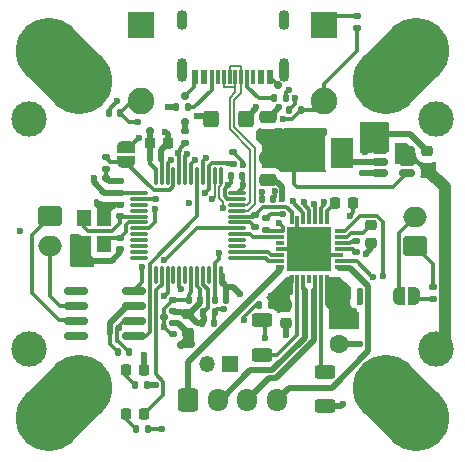
<source format=gbr>
%TF.GenerationSoftware,KiCad,Pcbnew,8.0.2*%
%TF.CreationDate,2024-09-15T16:43:51-04:00*%
%TF.ProjectId,StepperMotorDriver,53746570-7065-4724-9d6f-746f72447269,rev?*%
%TF.SameCoordinates,Original*%
%TF.FileFunction,Copper,L1,Top*%
%TF.FilePolarity,Positive*%
%FSLAX46Y46*%
G04 Gerber Fmt 4.6, Leading zero omitted, Abs format (unit mm)*
G04 Created by KiCad (PCBNEW 8.0.2) date 2024-09-15 16:43:51*
%MOMM*%
%LPD*%
G01*
G04 APERTURE LIST*
G04 Aperture macros list*
%AMRoundRect*
0 Rectangle with rounded corners*
0 $1 Rounding radius*
0 $2 $3 $4 $5 $6 $7 $8 $9 X,Y pos of 4 corners*
0 Add a 4 corners polygon primitive as box body*
4,1,4,$2,$3,$4,$5,$6,$7,$8,$9,$2,$3,0*
0 Add four circle primitives for the rounded corners*
1,1,$1+$1,$2,$3*
1,1,$1+$1,$4,$5*
1,1,$1+$1,$6,$7*
1,1,$1+$1,$8,$9*
0 Add four rect primitives between the rounded corners*
20,1,$1+$1,$2,$3,$4,$5,0*
20,1,$1+$1,$4,$5,$6,$7,0*
20,1,$1+$1,$6,$7,$8,$9,0*
20,1,$1+$1,$8,$9,$2,$3,0*%
%AMHorizOval*
0 Thick line with rounded ends*
0 $1 width*
0 $2 $3 position (X,Y) of the first rounded end (center of the circle)*
0 $4 $5 position (X,Y) of the second rounded end (center of the circle)*
0 Add line between two ends*
20,1,$1,$2,$3,$4,$5,0*
0 Add two circle primitives to create the rounded ends*
1,1,$1,$2,$3*
1,1,$1,$4,$5*%
%AMFreePoly0*
4,1,19,0.500000,-0.750000,0.000000,-0.750000,0.000000,-0.744911,-0.071157,-0.744911,-0.207708,-0.704816,-0.327430,-0.627875,-0.420627,-0.520320,-0.479746,-0.390866,-0.500000,-0.250000,-0.500000,0.250000,-0.479746,0.390866,-0.420627,0.520320,-0.327430,0.627875,-0.207708,0.704816,-0.071157,0.744911,0.000000,0.744911,0.000000,0.750000,0.500000,0.750000,0.500000,-0.750000,0.500000,-0.750000,
$1*%
%AMFreePoly1*
4,1,19,0.000000,0.744911,0.071157,0.744911,0.207708,0.704816,0.327430,0.627875,0.420627,0.520320,0.479746,0.390866,0.500000,0.250000,0.500000,-0.250000,0.479746,-0.390866,0.420627,-0.520320,0.327430,-0.627875,0.207708,-0.704816,0.071157,-0.744911,0.000000,-0.744911,0.000000,-0.750000,-0.500000,-0.750000,-0.500000,0.750000,0.000000,0.750000,0.000000,0.744911,0.000000,0.744911,
$1*%
G04 Aperture macros list end*
%TA.AperFunction,ComponentPad*%
%ADD10R,1.600000X1.600000*%
%TD*%
%TA.AperFunction,ComponentPad*%
%ADD11C,1.600000*%
%TD*%
%TA.AperFunction,SMDPad,CuDef*%
%ADD12R,1.200000X1.400000*%
%TD*%
%TA.AperFunction,SMDPad,CuDef*%
%ADD13RoundRect,0.250000X-0.400000X-0.450000X0.400000X-0.450000X0.400000X0.450000X-0.400000X0.450000X0*%
%TD*%
%TA.AperFunction,SMDPad,CuDef*%
%ADD14RoundRect,0.250000X-0.625000X0.312500X-0.625000X-0.312500X0.625000X-0.312500X0.625000X0.312500X0*%
%TD*%
%TA.AperFunction,SMDPad,CuDef*%
%ADD15RoundRect,0.140000X-0.140000X-0.170000X0.140000X-0.170000X0.140000X0.170000X-0.140000X0.170000X0*%
%TD*%
%TA.AperFunction,SMDPad,CuDef*%
%ADD16FreePoly0,0.000000*%
%TD*%
%TA.AperFunction,SMDPad,CuDef*%
%ADD17FreePoly1,0.000000*%
%TD*%
%TA.AperFunction,ComponentPad*%
%ADD18C,3.000000*%
%TD*%
%TA.AperFunction,SMDPad,CuDef*%
%ADD19FreePoly0,270.000000*%
%TD*%
%TA.AperFunction,SMDPad,CuDef*%
%ADD20FreePoly1,270.000000*%
%TD*%
%TA.AperFunction,SMDPad,CuDef*%
%ADD21RoundRect,0.140000X-0.170000X0.140000X-0.170000X-0.140000X0.170000X-0.140000X0.170000X0.140000X0*%
%TD*%
%TA.AperFunction,SMDPad,CuDef*%
%ADD22RoundRect,0.135000X-0.185000X0.135000X-0.185000X-0.135000X0.185000X-0.135000X0.185000X0.135000X0*%
%TD*%
%TA.AperFunction,ComponentPad*%
%ADD23RoundRect,0.250000X0.750000X-0.600000X0.750000X0.600000X-0.750000X0.600000X-0.750000X-0.600000X0*%
%TD*%
%TA.AperFunction,ComponentPad*%
%ADD24O,2.000000X1.700000*%
%TD*%
%TA.AperFunction,SMDPad,CuDef*%
%ADD25RoundRect,0.218750X-0.256250X0.218750X-0.256250X-0.218750X0.256250X-0.218750X0.256250X0.218750X0*%
%TD*%
%TA.AperFunction,ComponentPad*%
%ADD26HorizOval,5.600000X-1.272792X1.272792X1.272792X-1.272792X0*%
%TD*%
%TA.AperFunction,SMDPad,CuDef*%
%ADD27RoundRect,0.150000X0.825000X0.150000X-0.825000X0.150000X-0.825000X-0.150000X0.825000X-0.150000X0*%
%TD*%
%TA.AperFunction,SMDPad,CuDef*%
%ADD28RoundRect,0.140000X0.170000X-0.140000X0.170000X0.140000X-0.170000X0.140000X-0.170000X-0.140000X0*%
%TD*%
%TA.AperFunction,SMDPad,CuDef*%
%ADD29RoundRect,0.250000X-0.475000X0.250000X-0.475000X-0.250000X0.475000X-0.250000X0.475000X0.250000X0*%
%TD*%
%TA.AperFunction,SMDPad,CuDef*%
%ADD30RoundRect,0.218750X-0.218750X-0.256250X0.218750X-0.256250X0.218750X0.256250X-0.218750X0.256250X0*%
%TD*%
%TA.AperFunction,SMDPad,CuDef*%
%ADD31RoundRect,0.140000X0.140000X0.170000X-0.140000X0.170000X-0.140000X-0.170000X0.140000X-0.170000X0*%
%TD*%
%TA.AperFunction,SMDPad,CuDef*%
%ADD32RoundRect,0.135000X-0.135000X-0.185000X0.135000X-0.185000X0.135000X0.185000X-0.135000X0.185000X0*%
%TD*%
%TA.AperFunction,SMDPad,CuDef*%
%ADD33RoundRect,0.225000X0.250000X-0.225000X0.250000X0.225000X-0.250000X0.225000X-0.250000X-0.225000X0*%
%TD*%
%TA.AperFunction,SMDPad,CuDef*%
%ADD34RoundRect,0.135000X0.185000X-0.135000X0.185000X0.135000X-0.185000X0.135000X-0.185000X-0.135000X0*%
%TD*%
%TA.AperFunction,ComponentPad*%
%ADD35R,2.250000X2.250000*%
%TD*%
%TA.AperFunction,ComponentPad*%
%ADD36C,2.250000*%
%TD*%
%TA.AperFunction,SMDPad,CuDef*%
%ADD37RoundRect,0.075000X-0.662500X-0.075000X0.662500X-0.075000X0.662500X0.075000X-0.662500X0.075000X0*%
%TD*%
%TA.AperFunction,SMDPad,CuDef*%
%ADD38RoundRect,0.075000X-0.075000X-0.662500X0.075000X-0.662500X0.075000X0.662500X-0.075000X0.662500X0*%
%TD*%
%TA.AperFunction,SMDPad,CuDef*%
%ADD39R,1.900000X2.500000*%
%TD*%
%TA.AperFunction,ComponentPad*%
%ADD40HorizOval,5.600000X-1.272792X-1.272792X1.272792X1.272792X0*%
%TD*%
%TA.AperFunction,ComponentPad*%
%ADD41RoundRect,0.250000X-0.750000X0.600000X-0.750000X-0.600000X0.750000X-0.600000X0.750000X0.600000X0*%
%TD*%
%TA.AperFunction,SMDPad,CuDef*%
%ADD42RoundRect,0.250000X0.625000X-0.312500X0.625000X0.312500X-0.625000X0.312500X-0.625000X-0.312500X0*%
%TD*%
%TA.AperFunction,SMDPad,CuDef*%
%ADD43RoundRect,0.150000X0.512500X0.150000X-0.512500X0.150000X-0.512500X-0.150000X0.512500X-0.150000X0*%
%TD*%
%TA.AperFunction,SMDPad,CuDef*%
%ADD44R,0.600000X1.160000*%
%TD*%
%TA.AperFunction,SMDPad,CuDef*%
%ADD45R,0.300000X1.160000*%
%TD*%
%TA.AperFunction,ComponentPad*%
%ADD46O,0.900000X2.000000*%
%TD*%
%TA.AperFunction,ComponentPad*%
%ADD47O,0.900000X1.700000*%
%TD*%
%TA.AperFunction,SMDPad,CuDef*%
%ADD48RoundRect,0.135000X0.135000X0.185000X-0.135000X0.185000X-0.135000X-0.185000X0.135000X-0.185000X0*%
%TD*%
%TA.AperFunction,ComponentPad*%
%ADD49HorizOval,5.600000X1.272792X1.272792X-1.272792X-1.272792X0*%
%TD*%
%TA.AperFunction,SMDPad,CuDef*%
%ADD50RoundRect,0.225000X-0.225000X-0.250000X0.225000X-0.250000X0.225000X0.250000X-0.225000X0.250000X0*%
%TD*%
%TA.AperFunction,ComponentPad*%
%ADD51RoundRect,0.250000X-0.600000X-0.725000X0.600000X-0.725000X0.600000X0.725000X-0.600000X0.725000X0*%
%TD*%
%TA.AperFunction,ComponentPad*%
%ADD52O,1.700000X1.950000*%
%TD*%
%TA.AperFunction,ComponentPad*%
%ADD53R,1.350000X1.350000*%
%TD*%
%TA.AperFunction,ComponentPad*%
%ADD54O,1.350000X1.350000*%
%TD*%
%TA.AperFunction,SMDPad,CuDef*%
%ADD55RoundRect,0.225000X0.225000X0.250000X-0.225000X0.250000X-0.225000X-0.250000X0.225000X-0.250000X0*%
%TD*%
%TA.AperFunction,SMDPad,CuDef*%
%ADD56RoundRect,0.225000X-0.250000X0.225000X-0.250000X-0.225000X0.250000X-0.225000X0.250000X0.225000X0*%
%TD*%
%TA.AperFunction,SMDPad,CuDef*%
%ADD57R,0.800000X0.300000*%
%TD*%
%TA.AperFunction,SMDPad,CuDef*%
%ADD58R,0.300000X0.800000*%
%TD*%
%TA.AperFunction,SMDPad,CuDef*%
%ADD59R,3.800000X3.800000*%
%TD*%
%TA.AperFunction,ViaPad*%
%ADD60C,0.700000*%
%TD*%
%TA.AperFunction,ViaPad*%
%ADD61C,0.600000*%
%TD*%
%TA.AperFunction,Conductor*%
%ADD62C,0.300000*%
%TD*%
%TA.AperFunction,Conductor*%
%ADD63C,0.500000*%
%TD*%
%TA.AperFunction,Conductor*%
%ADD64C,1.000000*%
%TD*%
%TA.AperFunction,Conductor*%
%ADD65C,0.200000*%
%TD*%
G04 APERTURE END LIST*
D10*
%TO.P,C8,1*%
%TO.N,VCC*%
X82250000Y-69544888D03*
D11*
%TO.P,C8,2*%
%TO.N,GND*%
X82250000Y-72044888D03*
%TD*%
D12*
%TO.P,Y2,1,1*%
%TO.N,Net-(U3-PF0)*%
X60650000Y-61400000D03*
%TO.P,Y2,2,2*%
%TO.N,GND*%
X60650000Y-63600000D03*
%TO.P,Y2,3,3*%
%TO.N,Net-(U3-PF1)*%
X62350000Y-63600000D03*
%TO.P,Y2,4,4*%
%TO.N,GND*%
X62350000Y-61400000D03*
%TD*%
D13*
%TO.P,D1,1,A1*%
%TO.N,+3V3*%
X71451105Y-52993477D03*
%TO.P,D1,2,A2*%
%TO.N,GND*%
X74351105Y-52993477D03*
%TD*%
D14*
%TO.P,R6,1*%
%TO.N,GND*%
X75750000Y-70037500D03*
%TO.P,R6,2*%
%TO.N,Net-(IC2-BRA)*%
X75750000Y-72962500D03*
%TD*%
D15*
%TO.P,C20,1*%
%TO.N,GND*%
X62770000Y-52500000D03*
%TO.P,C20,2*%
%TO.N,Net-(SW2-B)*%
X63730000Y-52500000D03*
%TD*%
D16*
%TO.P,JP1,1,A*%
%TO.N,/CANL*%
X87350000Y-68000000D03*
D17*
%TO.P,JP1,2,B*%
%TO.N,Net-(JP1-B)*%
X88650000Y-68000000D03*
%TD*%
D15*
%TO.P,C1,1*%
%TO.N,+3V3*%
X75737001Y-59750000D03*
%TO.P,C1,2*%
%TO.N,GND*%
X76697001Y-59750000D03*
%TD*%
D18*
%TO.P,J9,1,Pin_1*%
%TO.N,GND*%
X90500000Y-53000000D03*
%TD*%
D19*
%TO.P,JP2,1,A*%
%TO.N,+3V3*%
X64250000Y-55350000D03*
D20*
%TO.P,JP2,2,B*%
%TO.N,Net-(JP2-B)*%
X64250000Y-56650000D03*
%TD*%
D21*
%TO.P,C19,1*%
%TO.N,+3V3*%
X68250000Y-70230809D03*
%TO.P,C19,2*%
%TO.N,GND*%
X68250000Y-71190809D03*
%TD*%
D22*
%TO.P,R4,1*%
%TO.N,/MOT_UART_RX*%
X75154699Y-61118977D03*
%TO.P,R4,2*%
%TO.N,/MOT_UART_TX*%
X75154699Y-62138977D03*
%TD*%
D23*
%TO.P,J7,1,Pin_1*%
%TO.N,/CANH*%
X88700000Y-63750000D03*
D24*
%TO.P,J7,2,Pin_2*%
%TO.N,/CANL*%
X88700000Y-61250000D03*
%TD*%
D25*
%TO.P,D2,1,K*%
%TO.N,VCC*%
X77750000Y-68712500D03*
%TO.P,D2,2,A*%
%TO.N,GND*%
X77750000Y-70287500D03*
%TD*%
D26*
%TO.P,H3,1,1*%
%TO.N,GND*%
X58977207Y-48477207D03*
%TD*%
D27*
%TO.P,U2,1,D*%
%TO.N,/CAN_TX*%
X64904524Y-71322558D03*
%TO.P,U2,2,GND*%
%TO.N,GND*%
X64904524Y-70052558D03*
%TO.P,U2,3,VCC*%
%TO.N,+3V3*%
X64904524Y-68782558D03*
%TO.P,U2,4,R*%
%TO.N,/CAN_RX*%
X64904524Y-67512558D03*
%TO.P,U2,5,NC*%
%TO.N,unconnected-(U2-NC-Pad5)*%
X59954524Y-67512558D03*
%TO.P,U2,6,CANL*%
%TO.N,/CANL*%
X59954524Y-68782558D03*
%TO.P,U2,7,CANH*%
%TO.N,/CANH*%
X59954524Y-70052558D03*
%TO.P,U2,8,NC*%
%TO.N,unconnected-(U2-NC-Pad8)*%
X59954524Y-71322558D03*
%TD*%
D28*
%TO.P,C5,1*%
%TO.N,+3V3*%
X76122387Y-62369207D03*
%TO.P,C5,2*%
%TO.N,GND*%
X76122387Y-61409207D03*
%TD*%
D29*
%TO.P,C27,1*%
%TO.N,+3V3*%
X76247443Y-56255287D03*
%TO.P,C27,2*%
%TO.N,GND*%
X76247443Y-58155287D03*
%TD*%
D30*
%TO.P,D4,1,K*%
%TO.N,Net-(D4-K)*%
X64212500Y-78000000D03*
%TO.P,D4,2,A*%
%TO.N,Net-(D4-A)*%
X65787500Y-78000000D03*
%TD*%
D15*
%TO.P,C2,1*%
%TO.N,+3V3*%
X63520000Y-72750000D03*
%TO.P,C2,2*%
%TO.N,GND*%
X64480000Y-72750000D03*
%TD*%
D31*
%TO.P,C13,1*%
%TO.N,+3V3*%
X74084445Y-57788002D03*
%TO.P,C13,2*%
%TO.N,GND*%
X73124445Y-57788002D03*
%TD*%
D28*
%TO.P,C12,1*%
%TO.N,+3V3*%
X63750000Y-59230000D03*
%TO.P,C12,2*%
%TO.N,GND*%
X63750000Y-58270000D03*
%TD*%
D32*
%TO.P,R9,1*%
%TO.N,Net-(D3-K)*%
X64990000Y-75500000D03*
%TO.P,R9,2*%
%TO.N,GND*%
X66010000Y-75500000D03*
%TD*%
D33*
%TO.P,C10,1*%
%TO.N,VCC*%
X85000000Y-63525000D03*
%TO.P,C10,2*%
%TO.N,Net-(IC2-VCP)*%
X85000000Y-61975000D03*
%TD*%
D34*
%TO.P,R2,1*%
%TO.N,/ESCL*%
X73250000Y-56760000D03*
%TO.P,R2,2*%
%TO.N,+3V3*%
X73250000Y-55740000D03*
%TD*%
D25*
%TO.P,FB3,1*%
%TO.N,+3.3VA*%
X69474550Y-69494869D03*
%TO.P,FB3,2*%
%TO.N,+3V3*%
X69474550Y-71069869D03*
%TD*%
D35*
%TO.P,SW1,1,A*%
%TO.N,GND*%
X81000000Y-45000000D03*
D36*
%TO.P,SW1,2,B*%
%TO.N,Net-(SW1-B)*%
X81000000Y-51500000D03*
%TD*%
D15*
%TO.P,C7,2*%
%TO.N,GND*%
X84025873Y-67613273D03*
%TO.P,C7,1*%
%TO.N,VCC*%
X83065873Y-67613273D03*
%TD*%
D37*
%TO.P,U3,1,VBAT*%
%TO.N,+3V3*%
X65337500Y-59250000D03*
%TO.P,U3,2,PC13*%
%TO.N,Net-(SW1-B)*%
X65337500Y-59750000D03*
%TO.P,U3,3,PC14*%
%TO.N,unconnected-(U3-PC14-Pad3)*%
X65337500Y-60250000D03*
%TO.P,U3,4,PC15*%
%TO.N,unconnected-(U3-PC15-Pad4)*%
X65337500Y-60750000D03*
%TO.P,U3,5,PF0*%
%TO.N,Net-(U3-PF0)*%
X65337500Y-61250000D03*
%TO.P,U3,6,PF1*%
%TO.N,Net-(U3-PF1)*%
X65337500Y-61750000D03*
%TO.P,U3,7,PG10*%
%TO.N,Net-(SW2-B)*%
X65337500Y-62250000D03*
%TO.P,U3,8,PA0*%
%TO.N,unconnected-(U3-PA0-Pad8)*%
X65337500Y-62750000D03*
%TO.P,U3,9,PA1*%
%TO.N,unconnected-(U3-PA1-Pad9)*%
X65337500Y-63250000D03*
%TO.P,U3,10,PA2*%
%TO.N,unconnected-(U3-PA2-Pad10)*%
X65337500Y-63750000D03*
%TO.P,U3,11,PA3*%
%TO.N,unconnected-(U3-PA3-Pad11)*%
X65337500Y-64250000D03*
%TO.P,U3,12,PA4*%
%TO.N,unconnected-(U3-PA4-Pad12)*%
X65337500Y-64750000D03*
D38*
%TO.P,U3,13,PA5*%
%TO.N,unconnected-(U3-PA5-Pad13)*%
X66750000Y-66162500D03*
%TO.P,U3,14,PA6*%
%TO.N,Net-(D4-A)*%
X67250000Y-66162500D03*
%TO.P,U3,15,PA7*%
%TO.N,/MOT_SPREAD*%
X67750000Y-66162500D03*
%TO.P,U3,16,PB0*%
%TO.N,unconnected-(U3-PB0-Pad16)*%
X68250000Y-66162500D03*
%TO.P,U3,17,PB1*%
%TO.N,/MOT_ENABLE*%
X68750000Y-66162500D03*
%TO.P,U3,18,PB2*%
%TO.N,unconnected-(U3-PB2-Pad18)*%
X69250000Y-66162500D03*
%TO.P,U3,19,VSSA*%
%TO.N,GND*%
X69750000Y-66162500D03*
%TO.P,U3,20,VREF+*%
%TO.N,+3.3VA*%
X70250000Y-66162500D03*
%TO.P,U3,21,VDDA*%
X70750000Y-66162500D03*
%TO.P,U3,22,PB10*%
%TO.N,unconnected-(U3-PB10-Pad22)*%
X71250000Y-66162500D03*
%TO.P,U3,23,VSS*%
%TO.N,GND*%
X71750000Y-66162500D03*
%TO.P,U3,24,VDD*%
%TO.N,+3V3*%
X72250000Y-66162500D03*
D37*
%TO.P,U3,25,PB11*%
%TO.N,/MOT_STBY*%
X73662500Y-64750000D03*
%TO.P,U3,26,PB12*%
%TO.N,/MOT_DIR*%
X73662500Y-64250000D03*
%TO.P,U3,27,PB13*%
%TO.N,unconnected-(U3-PB13-Pad27)*%
X73662500Y-63750000D03*
%TO.P,U3,28,PB14*%
%TO.N,unconnected-(U3-PB14-Pad28)*%
X73662500Y-63250000D03*
%TO.P,U3,29,PB15*%
%TO.N,/MOT_STEP*%
X73662500Y-62750000D03*
%TO.P,U3,30,PA8*%
%TO.N,/CAN_RX*%
X73662500Y-62250000D03*
%TO.P,U3,31,PA9*%
%TO.N,/MOT_UART_TX*%
X73662500Y-61750000D03*
%TO.P,U3,32,PA10*%
%TO.N,/MOT_UART_RX*%
X73662500Y-61250000D03*
%TO.P,U3,33,PA11*%
%TO.N,/USB_D-*%
X73662500Y-60750000D03*
%TO.P,U3,34,PA12*%
%TO.N,/USB_D+*%
X73662500Y-60250000D03*
%TO.P,U3,35,VSS*%
%TO.N,GND*%
X73662500Y-59750000D03*
%TO.P,U3,36,VDD*%
%TO.N,+3V3*%
X73662500Y-59250000D03*
D38*
%TO.P,U3,37,PA13*%
%TO.N,/SWDIO*%
X72250000Y-57837500D03*
%TO.P,U3,38,PA14*%
%TO.N,/SWCLK*%
X71750000Y-57837500D03*
%TO.P,U3,39,PA15*%
%TO.N,/ESCL*%
X71250000Y-57837500D03*
%TO.P,U3,40,PB3*%
%TO.N,/MOT_INDEX*%
X70750000Y-57837500D03*
%TO.P,U3,41,PB4*%
%TO.N,/CAN_TX*%
X70250000Y-57837500D03*
%TO.P,U3,42,PB5*%
%TO.N,/MOT_DIAG*%
X69750000Y-57837500D03*
%TO.P,U3,43,PB6*%
%TO.N,/MOT_MS2*%
X69250000Y-57837500D03*
%TO.P,U3,44,PB7*%
%TO.N,/ESDA*%
X68750000Y-57837500D03*
%TO.P,U3,45,PB8*%
%TO.N,Net-(JP2-B)*%
X68250000Y-57837500D03*
%TO.P,U3,46,PB9*%
%TO.N,/MOT_MS1*%
X67750000Y-57837500D03*
%TO.P,U3,47,VSS*%
%TO.N,GND*%
X67250000Y-57837500D03*
%TO.P,U3,48,VDD*%
%TO.N,+3V3*%
X66750000Y-57837500D03*
%TD*%
D39*
%TO.P,L2,1,1*%
%TO.N,Net-(U5-SW)*%
X82550000Y-55843821D03*
%TO.P,L2,2,2*%
%TO.N,+3V3*%
X78450000Y-55843821D03*
%TD*%
D21*
%TO.P,C26,1*%
%TO.N,Net-(U5-SW)*%
X84300000Y-56613821D03*
%TO.P,C26,2*%
%TO.N,Net-(U5-BST)*%
X84300000Y-57573821D03*
%TD*%
D40*
%TO.P,H4,1,1*%
%TO.N,GND*%
X58977207Y-77022793D03*
%TD*%
D15*
%TO.P,C21,1*%
%TO.N,+3.3VA*%
X70770000Y-69323632D03*
%TO.P,C21,2*%
%TO.N,GND*%
X71730000Y-69323632D03*
%TD*%
D26*
%TO.P,H2,1,1*%
%TO.N,GND*%
X87522791Y-77022791D03*
%TD*%
D18*
%TO.P,J2,1,Pin_1*%
%TO.N,GND*%
X56000000Y-53000000D03*
%TD*%
%TO.P,J3,1,Pin_1*%
%TO.N,VCC*%
X90500000Y-72500000D03*
%TD*%
D41*
%TO.P,J1,1,Pin_1*%
%TO.N,/CANH*%
X57800000Y-61241432D03*
D24*
%TO.P,J1,2,Pin_2*%
%TO.N,/CANL*%
X57800000Y-63741432D03*
%TD*%
D28*
%TO.P,C6,1*%
%TO.N,Net-(IC2-CPO)*%
X83733518Y-64244807D03*
%TO.P,C6,2*%
%TO.N,Net-(IC2-CPI)*%
X83733518Y-63284807D03*
%TD*%
D32*
%TO.P,R7,1*%
%TO.N,Net-(J10-CC1)*%
X76740000Y-51250000D03*
%TO.P,R7,2*%
%TO.N,GND*%
X77760000Y-51250000D03*
%TD*%
D42*
%TO.P,R5,2*%
%TO.N,Net-(IC2-BRB)*%
X81096371Y-74369053D03*
%TO.P,R5,1*%
%TO.N,GND*%
X81096371Y-77294053D03*
%TD*%
D28*
%TO.P,C3,1*%
%TO.N,Net-(U3-PF0)*%
X63750000Y-61230000D03*
%TO.P,C3,2*%
%TO.N,GND*%
X63750000Y-60270000D03*
%TD*%
D18*
%TO.P,J8,1,Pin_1*%
%TO.N,VCC*%
X56000000Y-72500000D03*
%TD*%
D28*
%TO.P,C18,1*%
%TO.N,+3.3VA*%
X68250000Y-69276569D03*
%TO.P,C18,2*%
%TO.N,GND*%
X68250000Y-68316569D03*
%TD*%
D43*
%TO.P,U5,1,FB*%
%TO.N,+3V3*%
X88010002Y-57543821D03*
%TO.P,U5,2,EN*%
%TO.N,VCC*%
X88010002Y-56593821D03*
%TO.P,U5,3,IN*%
X88010002Y-55643821D03*
%TO.P,U5,4,GND*%
%TO.N,GND*%
X85735002Y-55643821D03*
%TO.P,U5,5,SW*%
%TO.N,Net-(U5-SW)*%
X85735002Y-56593821D03*
%TO.P,U5,6,BST*%
%TO.N,Net-(U5-BST)*%
X85735002Y-57543821D03*
%TD*%
D34*
%TO.P,R11,1*%
%TO.N,Net-(JP1-B)*%
X90250000Y-68260000D03*
%TO.P,R11,2*%
%TO.N,/CANH*%
X90250000Y-67240000D03*
%TD*%
D44*
%TO.P,J10,A1,GND*%
%TO.N,GND*%
X76450000Y-49391250D03*
%TO.P,J10,A4,VBUS*%
%TO.N,unconnected-(J10-VBUS-PadA4)_0*%
X75650000Y-49391250D03*
D45*
%TO.P,J10,A5,CC1*%
%TO.N,Net-(J10-CC1)*%
X74500000Y-49391250D03*
%TO.P,J10,A6,D+*%
%TO.N,/USB_D+*%
X73500000Y-49391250D03*
%TO.P,J10,A7,D-*%
%TO.N,/USB_D-*%
X73000000Y-49391250D03*
%TO.P,J10,A8,SBU1*%
%TO.N,unconnected-(J10-SBU1-PadA8)*%
X72000000Y-49391250D03*
D44*
%TO.P,J10,A9,VBUS*%
%TO.N,unconnected-(J10-VBUS-PadA4)*%
X70850000Y-49391250D03*
%TO.P,J10,A12,GND*%
%TO.N,GND*%
X70050000Y-49391250D03*
%TO.P,J10,B1,GND*%
X70050000Y-49391250D03*
%TO.P,J10,B4,VBUS*%
%TO.N,unconnected-(J10-VBUS-PadA4)_2*%
X70850000Y-49391250D03*
D45*
%TO.P,J10,B5,CC2*%
%TO.N,Net-(J10-CC2)*%
X71500000Y-49391250D03*
%TO.P,J10,B6,D+*%
%TO.N,/USB_D+*%
X72500000Y-49391250D03*
%TO.P,J10,B7,D-*%
%TO.N,/USB_D-*%
X74000000Y-49391250D03*
%TO.P,J10,B8,SBU2*%
%TO.N,unconnected-(J10-SBU2-PadB8)*%
X75000000Y-49391250D03*
D44*
%TO.P,J10,B9,VBUS*%
%TO.N,unconnected-(J10-VBUS-PadA4)_1*%
X75650000Y-49391250D03*
%TO.P,J10,B12,GND*%
%TO.N,GND*%
X76450000Y-49391250D03*
D46*
%TO.P,J10,S1,SHIELD*%
X77570000Y-48811250D03*
D47*
X77570000Y-44641250D03*
D46*
X68930000Y-48811250D03*
D47*
X68930000Y-44641250D03*
%TD*%
D48*
%TO.P,R8,1*%
%TO.N,Net-(J10-CC2)*%
X69510000Y-52000000D03*
%TO.P,R8,2*%
%TO.N,GND*%
X68490000Y-52000000D03*
%TD*%
D32*
%TO.P,R1,1*%
%TO.N,+3V3*%
X77990000Y-52250000D03*
%TO.P,R1,2*%
%TO.N,Net-(SW1-B)*%
X79010000Y-52250000D03*
%TD*%
D49*
%TO.P,H1,1,1*%
%TO.N,GND*%
X87522792Y-48477208D03*
%TD*%
D28*
%TO.P,C23,1*%
%TO.N,Net-(SW1-B)*%
X83750000Y-45250000D03*
%TO.P,C23,2*%
%TO.N,GND*%
X83750000Y-44290000D03*
%TD*%
D31*
%TO.P,C17,1*%
%TO.N,+3.3VA*%
X70488756Y-68296569D03*
%TO.P,C17,2*%
%TO.N,GND*%
X69528756Y-68296569D03*
%TD*%
D50*
%TO.P,C15,1*%
%TO.N,+3V3*%
X66225000Y-55042142D03*
%TO.P,C15,2*%
%TO.N,GND*%
X67775000Y-55042142D03*
%TD*%
D51*
%TO.P,J4,1,Pin_1*%
%TO.N,/OA2*%
X69500000Y-76750000D03*
D52*
%TO.P,J4,2,Pin_2*%
%TO.N,/OA1*%
X72000000Y-76750000D03*
%TO.P,J4,3,Pin_3*%
%TO.N,/OB1*%
X74500000Y-76750000D03*
%TO.P,J4,4,Pin_4*%
%TO.N,/OB2*%
X77000000Y-76750000D03*
%TD*%
D34*
%TO.P,R3,1*%
%TO.N,/ESDA*%
X69250000Y-55030562D03*
%TO.P,R3,2*%
%TO.N,+3V3*%
X69250000Y-54010562D03*
%TD*%
D53*
%TO.P,J5,1,Pin_1*%
%TO.N,/SWCLK*%
X73066028Y-73750000D03*
D54*
%TO.P,J5,2,Pin_2*%
%TO.N,/SWDIO*%
X71066028Y-73750000D03*
%TD*%
D31*
%TO.P,C9,1*%
%TO.N,VCC*%
X76480000Y-68750000D03*
%TO.P,C9,2*%
%TO.N,GND*%
X75520000Y-68750000D03*
%TD*%
%TO.P,C14,1*%
%TO.N,+3V3*%
X72738756Y-68296569D03*
%TO.P,C14,2*%
%TO.N,GND*%
X71778756Y-68296569D03*
%TD*%
D30*
%TO.P,D3,1,K*%
%TO.N,Net-(D3-K)*%
X64212500Y-74250000D03*
%TO.P,D3,2,A*%
%TO.N,+3V3*%
X65787500Y-74250000D03*
%TD*%
D21*
%TO.P,C4,1*%
%TO.N,Net-(U3-PF1)*%
X63750000Y-63040000D03*
%TO.P,C4,2*%
%TO.N,GND*%
X63750000Y-64000000D03*
%TD*%
D55*
%TO.P,C11,1*%
%TO.N,GND*%
X83489679Y-60068608D03*
%TO.P,C11,2*%
%TO.N,Net-(IC2-5VOUT)*%
X81939679Y-60068608D03*
%TD*%
D15*
%TO.P,C16,1*%
%TO.N,+3V3*%
X66258180Y-56252997D03*
%TO.P,C16,2*%
%TO.N,GND*%
X67218180Y-56252997D03*
%TD*%
D35*
%TO.P,SW2,1,A*%
%TO.N,GND*%
X65500000Y-45000000D03*
D36*
%TO.P,SW2,2,B*%
%TO.N,Net-(SW2-B)*%
X65500000Y-51500000D03*
%TD*%
D32*
%TO.P,R10,1*%
%TO.N,Net-(D4-K)*%
X65051852Y-79246079D03*
%TO.P,R10,2*%
%TO.N,GND*%
X66071852Y-79246079D03*
%TD*%
D15*
%TO.P,C22,1*%
%TO.N,+3.3VA*%
X70688973Y-70287561D03*
%TO.P,C22,2*%
%TO.N,GND*%
X71648973Y-70287561D03*
%TD*%
D56*
%TO.P,C25,1*%
%TO.N,GND*%
X89750000Y-55725000D03*
%TO.P,C25,2*%
%TO.N,VCC*%
X89750000Y-57275000D03*
%TD*%
D29*
%TO.P,C28,1*%
%TO.N,GND*%
X76250000Y-52800000D03*
%TO.P,C28,2*%
%TO.N,+3V3*%
X76250000Y-54700000D03*
%TD*%
D34*
%TO.P,R12,1*%
%TO.N,GND*%
X62500000Y-57260000D03*
%TO.P,R12,2*%
%TO.N,Net-(JP2-B)*%
X62500000Y-56240000D03*
%TD*%
D57*
%TO.P,IC2,1,OB2*%
%TO.N,/OB2*%
X82250000Y-65500000D03*
%TO.P,IC2,2,ENN*%
%TO.N,/MOT_ENABLE*%
X82250000Y-65000000D03*
%TO.P,IC2,3,GND_1*%
%TO.N,GND*%
X82250000Y-64500000D03*
%TO.P,IC2,4,CPO*%
%TO.N,Net-(IC2-CPO)*%
X82250000Y-64000000D03*
%TO.P,IC2,5,CPI*%
%TO.N,Net-(IC2-CPI)*%
X82250000Y-63500000D03*
%TO.P,IC2,6,VCP*%
%TO.N,Net-(IC2-VCP)*%
X82250000Y-63000000D03*
%TO.P,IC2,7,SPREAD*%
%TO.N,/MOT_SPREAD*%
X82250000Y-62500000D03*
D58*
%TO.P,IC2,8,5VOUT*%
%TO.N,Net-(IC2-5VOUT)*%
X81250000Y-61500000D03*
%TO.P,IC2,9,MS1_AD0*%
%TO.N,/MOT_MS1*%
X80750000Y-61500000D03*
%TO.P,IC2,10,MS2_AD1*%
%TO.N,/MOT_MS2*%
X80250000Y-61500000D03*
%TO.P,IC2,11,DIAG*%
%TO.N,/MOT_DIAG*%
X79750000Y-61500000D03*
%TO.P,IC2,12,INDEX*%
%TO.N,/MOT_INDEX*%
X79250000Y-61500000D03*
%TO.P,IC2,13,CLK*%
%TO.N,GND*%
X78750000Y-61500000D03*
%TO.P,IC2,14,PDN_UART*%
%TO.N,/MOT_UART_RX*%
X78250000Y-61500000D03*
D57*
%TO.P,IC2,15,VCC_IO*%
%TO.N,+3V3*%
X77250000Y-62500000D03*
%TO.P,IC2,16,STEP*%
%TO.N,/MOT_STEP*%
X77250000Y-63000000D03*
%TO.P,IC2,17,VREF*%
%TO.N,unconnected-(IC2-VREF-Pad17)*%
X77250000Y-63500000D03*
%TO.P,IC2,18,GND_2*%
%TO.N,GND*%
X77250000Y-64000000D03*
%TO.P,IC2,19,DIR*%
%TO.N,/MOT_DIR*%
X77250000Y-64500000D03*
%TO.P,IC2,20,STDBY*%
%TO.N,/MOT_STBY*%
X77250000Y-65000000D03*
%TO.P,IC2,21,OA2*%
%TO.N,/OA2*%
X77250000Y-65500000D03*
D58*
%TO.P,IC2,22,VS_1*%
%TO.N,VCC*%
X78250000Y-66500000D03*
%TO.P,IC2,23,BRA*%
%TO.N,Net-(IC2-BRA)*%
X78750000Y-66500000D03*
%TO.P,IC2,24,OA1*%
%TO.N,/OA1*%
X79250000Y-66500000D03*
%TO.P,IC2,25,-*%
%TO.N,unconnected-(IC2---Pad25)*%
X79750000Y-66500000D03*
%TO.P,IC2,26,OB1*%
%TO.N,/OB1*%
X80250000Y-66500000D03*
%TO.P,IC2,27,BRB*%
%TO.N,Net-(IC2-BRB)*%
X80750000Y-66500000D03*
%TO.P,IC2,28,VS_2*%
%TO.N,VCC*%
X81250000Y-66500000D03*
D59*
%TO.P,IC2,29,EP*%
%TO.N,GND*%
X79750000Y-64000000D03*
%TD*%
D60*
%TO.N,GND*%
X62520258Y-57990546D03*
D61*
X83165380Y-61165380D03*
X77468664Y-59760000D03*
X81250000Y-63500000D03*
X72103667Y-64320414D03*
X76846023Y-59096023D03*
X80250000Y-62500000D03*
X84000000Y-68500000D03*
X84500000Y-55750000D03*
X81250000Y-62500000D03*
D60*
X69250000Y-51000000D03*
D61*
X76000000Y-71500000D03*
X67547536Y-54047537D03*
D60*
X67450000Y-69750000D03*
D61*
X63500000Y-51500000D03*
X75254139Y-52001493D03*
X67250000Y-79250000D03*
X80250000Y-63500000D03*
X81250000Y-64500000D03*
X79250000Y-63500000D03*
X84000000Y-72000000D03*
X67450000Y-70609637D03*
X72500000Y-69106568D03*
X67750000Y-52000000D03*
X61926505Y-60250000D03*
X62750000Y-60250000D03*
X66750000Y-75500000D03*
X72889230Y-58610770D03*
X82608880Y-77108880D03*
X80250000Y-64500000D03*
X74219970Y-70046722D03*
X60000000Y-65000000D03*
D60*
X77125000Y-50125000D03*
D61*
X79250000Y-62500000D03*
X84500000Y-54750000D03*
X63650000Y-70669240D03*
X77499817Y-61060742D03*
X78250000Y-62500000D03*
X77222998Y-51997030D03*
X77750000Y-71250000D03*
X84500000Y-53750000D03*
X78250000Y-64500000D03*
X78000000Y-50500000D03*
X78250000Y-63500000D03*
X79250000Y-64500000D03*
X61000000Y-64973507D03*
%TO.N,+3V3*%
X78530000Y-51250000D03*
X77212816Y-61807491D03*
X69600000Y-60075000D03*
D60*
X69250000Y-53250000D03*
X68875000Y-72125000D03*
D61*
X74097298Y-58595668D03*
X65311747Y-54558347D03*
X80750000Y-56750000D03*
X80000000Y-54250000D03*
D60*
X66250000Y-54000000D03*
D61*
X61500000Y-58000000D03*
X74150000Y-56900000D03*
X73871873Y-67784373D03*
X62850000Y-71000000D03*
X75750000Y-59155287D03*
X65787500Y-73000000D03*
X55250000Y-62500000D03*
X70250000Y-52750000D03*
X80750000Y-55750000D03*
X80750000Y-54750000D03*
D60*
X69750000Y-72000000D03*
D61*
X80000000Y-56250000D03*
X80000000Y-55250000D03*
%TO.N,VCC*%
X83500000Y-70250000D03*
X78100000Y-67650000D03*
X83500000Y-69250000D03*
X84559998Y-64385354D03*
X77250000Y-67650000D03*
X76500000Y-68000000D03*
X82250000Y-67650000D03*
%TO.N,/MOT_ENABLE*%
X68915708Y-67339593D03*
X85152446Y-66347554D03*
%TO.N,/MOT_DIAG*%
X70107698Y-56477902D03*
X79260869Y-59989131D03*
%TO.N,/MOT_SPREAD*%
X67466398Y-67987997D03*
X86000000Y-66250000D03*
%TO.N,/MOT_MS1*%
X68000000Y-56500000D03*
X80989679Y-60000000D03*
%TO.N,/MOT_MS2*%
X69420380Y-55920380D03*
X80155269Y-60151600D03*
%TO.N,/MOT_INDEX*%
X78353553Y-59896448D03*
X71038878Y-56288768D03*
%TO.N,/ESCL*%
X70900000Y-59250000D03*
%TO.N,/ESDA*%
X68625437Y-55830557D03*
%TO.N,/CAN_RX*%
X65588118Y-65500000D03*
X67470056Y-64942944D03*
%TO.N,Net-(SW2-B)*%
X65250000Y-53250000D03*
X66711765Y-60613235D03*
%TO.N,Net-(SW1-B)*%
X77500000Y-53000000D03*
X66758885Y-59741115D03*
%TO.N,/SWDIO*%
X72450000Y-60500000D03*
%TO.N,/SWCLK*%
X71525000Y-59750735D03*
%TD*%
D62*
%TO.N,GND*%
X62770000Y-52230000D02*
X62770000Y-52500000D01*
X63500000Y-51500000D02*
X62770000Y-52230000D01*
D63*
%TO.N,VCC*%
X84559998Y-64385354D02*
X85000000Y-63945352D01*
X85000000Y-63945352D02*
X85000000Y-63525000D01*
%TO.N,/OB2*%
X84755873Y-67136203D02*
X83219670Y-65600000D01*
X83219670Y-65600000D02*
X82250000Y-65600000D01*
X84755873Y-68031539D02*
X84755873Y-67136203D01*
X84750000Y-72653804D02*
X84750000Y-68037412D01*
X81653804Y-75750000D02*
X84750000Y-72653804D01*
X84750000Y-68037412D02*
X84755873Y-68031539D01*
X78000000Y-75750000D02*
X81653804Y-75750000D01*
X77000000Y-76750000D02*
X78000000Y-75750000D01*
%TO.N,GND*%
X84025873Y-68474127D02*
X84025873Y-67613273D01*
X84000000Y-68500000D02*
X84025873Y-68474127D01*
X82294888Y-72000000D02*
X82250000Y-72044888D01*
X84000000Y-72000000D02*
X82294888Y-72000000D01*
%TO.N,VCC*%
X81350000Y-68644888D02*
X81350000Y-66500000D01*
X82250000Y-69544888D02*
X81350000Y-68644888D01*
D62*
%TO.N,GND*%
X71648973Y-69404659D02*
X71648973Y-70287561D01*
X71947064Y-69106568D02*
X71648973Y-69404659D01*
X72500000Y-69106568D02*
X71947064Y-69106568D01*
X66075773Y-79250000D02*
X66071852Y-79246079D01*
X67250000Y-79250000D02*
X66075773Y-79250000D01*
%TO.N,Net-(D4-K)*%
X65051852Y-79246079D02*
X64202500Y-78396727D01*
X64202500Y-78396727D02*
X64202500Y-78027500D01*
%TO.N,Net-(D4-A)*%
X67400000Y-75230761D02*
X67400000Y-76387500D01*
X66750000Y-74580761D02*
X67400000Y-75230761D01*
X66750000Y-67500000D02*
X66750000Y-74580761D01*
X67400000Y-76387500D02*
X65787500Y-78000000D01*
X67003120Y-67250000D02*
X67000000Y-67250000D01*
X67000000Y-67250000D02*
X66750000Y-67500000D01*
X67250000Y-67003120D02*
X67003120Y-67250000D01*
X67250000Y-66162500D02*
X67250000Y-67003120D01*
D63*
%TO.N,GND*%
X66750000Y-75500000D02*
X66010000Y-75500000D01*
D62*
%TO.N,Net-(IC2-BRB)*%
X80750000Y-74022682D02*
X81096371Y-74369053D01*
X80750000Y-66500000D02*
X80750000Y-74022682D01*
%TO.N,/OA1*%
X79250000Y-67400000D02*
X79250000Y-66500000D01*
D63*
X74750000Y-74250000D02*
X72250000Y-76750000D01*
X79350000Y-71498528D02*
X76598528Y-74250000D01*
X72250000Y-76750000D02*
X72000000Y-76750000D01*
X79350000Y-67500000D02*
X79350000Y-71498528D01*
X76598528Y-74250000D02*
X74750000Y-74250000D01*
D62*
X79350000Y-67500000D02*
X79250000Y-67400000D01*
D63*
%TO.N,/OB1*%
X76888478Y-74950000D02*
X76300000Y-74950000D01*
X76300000Y-74950000D02*
X74500000Y-76750000D01*
X80150000Y-71688478D02*
X76888478Y-74950000D01*
X80150000Y-67500000D02*
X80150000Y-71688478D01*
D62*
X80150000Y-67500000D02*
X80250000Y-67400000D01*
X80250000Y-67400000D02*
X80250000Y-66500000D01*
%TO.N,Net-(IC2-BRA)*%
X77037500Y-72962500D02*
X78750000Y-71250000D01*
X75750000Y-72962500D02*
X77037500Y-72962500D01*
X78750000Y-71250000D02*
X78750000Y-66500000D01*
D63*
%TO.N,GND*%
X82608880Y-77108880D02*
X82423707Y-77294053D01*
X82423707Y-77294053D02*
X81096371Y-77294053D01*
D62*
X74219970Y-70046722D02*
X74219970Y-69736258D01*
X76846023Y-59600978D02*
X76697001Y-59750000D01*
D63*
X77222998Y-51997030D02*
X76420028Y-52800000D01*
D62*
X74219970Y-69736258D02*
X75206228Y-68750000D01*
X73124445Y-58375555D02*
X73124445Y-57788002D01*
D63*
X63026493Y-64973507D02*
X63750000Y-64250000D01*
D62*
X77760000Y-50740000D02*
X77760000Y-51250000D01*
D63*
X63750000Y-64250000D02*
X63750000Y-64000000D01*
D62*
X72103667Y-64867958D02*
X71750000Y-65221625D01*
D63*
X75254139Y-52090443D02*
X74351105Y-52993477D01*
D62*
X72889230Y-58610770D02*
X73124445Y-58375555D01*
X69528756Y-67856878D02*
X69528756Y-68296569D01*
X69250000Y-51000000D02*
X70000000Y-50250000D01*
X83750000Y-44290000D02*
X81710000Y-44290000D01*
X78000000Y-50500000D02*
X77760000Y-50740000D01*
X63500000Y-71742314D02*
X63519160Y-71742314D01*
X69750000Y-66162500D02*
X69750000Y-67635634D01*
X78750000Y-61500000D02*
X78750000Y-63000000D01*
D63*
X76420028Y-52800000D02*
X76250000Y-52800000D01*
D62*
X82250000Y-64500000D02*
X80250000Y-64500000D01*
X64480000Y-72703154D02*
X64480000Y-72750000D01*
X68031172Y-71190809D02*
X67450000Y-70609637D01*
X63519160Y-71742314D02*
X64480000Y-72703154D01*
X68198757Y-68316569D02*
X68250000Y-68316569D01*
X80250000Y-64500000D02*
X79750000Y-64000000D01*
X70000000Y-49441250D02*
X70050000Y-49391250D01*
X71778756Y-67129481D02*
X71778756Y-68296569D01*
X67450000Y-69750000D02*
X67450000Y-70609637D01*
D63*
X62520258Y-57990546D02*
X62799712Y-58270000D01*
X67218180Y-55598962D02*
X67775000Y-55042142D01*
D62*
X62500000Y-57970288D02*
X62500000Y-57260000D01*
X81710000Y-44290000D02*
X81000000Y-45000000D01*
X69508756Y-68316569D02*
X68250000Y-68316569D01*
X70000000Y-50250000D02*
X70000000Y-49441250D01*
D63*
X89750000Y-55725000D02*
X88275000Y-54250000D01*
X77468664Y-59760000D02*
X77468664Y-58764946D01*
X61000000Y-64973507D02*
X63026493Y-64973507D01*
D62*
X67450000Y-69065326D02*
X68198757Y-68316569D01*
X71750000Y-65221625D02*
X71750000Y-66162500D01*
X69528756Y-68296569D02*
X69508756Y-68316569D01*
X83165380Y-61165380D02*
X83489679Y-60841081D01*
D63*
X83646803Y-60103197D02*
X83524268Y-60103197D01*
D62*
X72821880Y-59750000D02*
X73662500Y-59750000D01*
X76000000Y-71500000D02*
X76000000Y-70287500D01*
X75206228Y-68750000D02*
X75520000Y-68750000D01*
X77499817Y-61060742D02*
X76470852Y-61060742D01*
X78750000Y-63000000D02*
X79750000Y-64000000D01*
D63*
X67750000Y-52000000D02*
X68490000Y-52000000D01*
D62*
X68328938Y-71190809D02*
X68031172Y-71190809D01*
D63*
X67218180Y-56252997D02*
X67218180Y-55598962D01*
D62*
X67250000Y-56284817D02*
X67218180Y-56252997D01*
X64979348Y-70042627D02*
X64126613Y-70042627D01*
X76470852Y-61060742D02*
X76122387Y-61409207D01*
X64126613Y-70042627D02*
X63500000Y-70669240D01*
D63*
X77468664Y-58764946D02*
X76997539Y-58293821D01*
X83524268Y-60103197D02*
X83489679Y-60068608D01*
D62*
X62520258Y-57990546D02*
X62500000Y-57970288D01*
D63*
X67775000Y-55042142D02*
X67775000Y-54275001D01*
D62*
X83489679Y-60841081D02*
X83489679Y-60068608D01*
X76000000Y-70287500D02*
X75750000Y-70037500D01*
X71750000Y-67100725D02*
X71778756Y-67129481D01*
X76450000Y-49450000D02*
X76450000Y-49391250D01*
X69750000Y-67635634D02*
X69528756Y-67856878D01*
X72575000Y-59503120D02*
X72821880Y-59750000D01*
D63*
X76997539Y-58293821D02*
X76250000Y-58293821D01*
D62*
X72575000Y-58925000D02*
X72575000Y-59503120D01*
X72103667Y-64320414D02*
X72103667Y-64867958D01*
X77250000Y-64000000D02*
X79750000Y-64000000D01*
D63*
X88275000Y-54250000D02*
X86000000Y-54250000D01*
D62*
X77125000Y-50125000D02*
X76450000Y-49450000D01*
D63*
X75254139Y-52001493D02*
X75254139Y-52090443D01*
D62*
X67450000Y-69750000D02*
X67450000Y-69065326D01*
X67250000Y-57837500D02*
X67250000Y-56284817D01*
X63500000Y-70669240D02*
X63500000Y-71742314D01*
D63*
X77750000Y-71250000D02*
X77750000Y-70287500D01*
X67547536Y-54047537D02*
X67775000Y-54275001D01*
D62*
X76846023Y-59096023D02*
X76846023Y-59600978D01*
X71750000Y-66162500D02*
X71750000Y-67100725D01*
D63*
X62799712Y-58270000D02*
X63750000Y-58270000D01*
D62*
X72889230Y-58610770D02*
X72575000Y-58925000D01*
D63*
%TO.N,+3V3*%
X62850000Y-71000000D02*
X62850000Y-70279398D01*
X68875000Y-72125000D02*
X69474550Y-71525450D01*
X72516384Y-67000000D02*
X72500000Y-67000000D01*
D62*
X75750000Y-59155287D02*
X75750000Y-59737001D01*
D63*
X69474550Y-71525450D02*
X69474550Y-71069869D01*
D62*
X74097298Y-57800855D02*
X74084445Y-57788002D01*
X66750000Y-57250000D02*
X66750000Y-57837500D01*
D63*
X69625000Y-72125000D02*
X69750000Y-72000000D01*
D62*
X76253180Y-62500000D02*
X76122387Y-62369207D01*
D63*
X72738756Y-67222372D02*
X72516384Y-67000000D01*
D62*
X64979348Y-68772627D02*
X64477373Y-68772627D01*
X77500000Y-62094675D02*
X77500000Y-62500000D01*
X66258180Y-56758180D02*
X66750000Y-57250000D01*
D63*
X72500000Y-67000000D02*
X72350000Y-66850000D01*
D62*
X62850000Y-72080000D02*
X63520000Y-72750000D01*
D63*
X66225000Y-54025000D02*
X66225000Y-55042142D01*
D62*
X77990000Y-52250000D02*
X78530000Y-51710000D01*
X77212816Y-61807491D02*
X77500000Y-62094675D01*
D63*
X70250000Y-52750000D02*
X71207628Y-52750000D01*
X62370146Y-59230000D02*
X63750000Y-59230000D01*
D62*
X74150000Y-56900000D02*
X74150000Y-56640000D01*
X66258180Y-56252997D02*
X66258180Y-56758180D01*
X74097298Y-58595668D02*
X74097298Y-57800855D01*
X78450000Y-58450000D02*
X78450000Y-55843821D01*
X62850000Y-71000000D02*
X62850000Y-72080000D01*
D63*
X66250000Y-54000000D02*
X66225000Y-54025000D01*
X72350000Y-66850000D02*
X72350000Y-66162500D01*
X66225000Y-55042142D02*
X66225000Y-56219817D01*
D62*
X65311747Y-54558347D02*
X64520094Y-55350000D01*
X64520094Y-55350000D02*
X64250000Y-55350000D01*
D63*
X61500000Y-58359854D02*
X62370146Y-59230000D01*
D62*
X74097298Y-58815202D02*
X73662500Y-59250000D01*
D63*
X66225000Y-56219817D02*
X66258180Y-56252997D01*
X68875000Y-72125000D02*
X69625000Y-72125000D01*
D62*
X77250000Y-62500000D02*
X76253180Y-62500000D01*
D63*
X69750000Y-71345319D02*
X69474550Y-71069869D01*
X72738756Y-68296569D02*
X72738756Y-67222372D01*
D62*
X75750000Y-59737001D02*
X75737001Y-59750000D01*
D63*
X69250000Y-53250000D02*
X69250000Y-54010562D01*
X71207628Y-52750000D02*
X71451105Y-52993477D01*
X62850000Y-70279398D02*
X64346840Y-68782558D01*
D62*
X74150000Y-56640000D02*
X73250000Y-55740000D01*
X77500000Y-62500000D02*
X76253180Y-62500000D01*
D63*
X61500000Y-58000000D02*
X61500000Y-58359854D01*
D62*
X86803823Y-58750000D02*
X78750000Y-58750000D01*
X65317500Y-59230000D02*
X65337500Y-59250000D01*
X74097298Y-58595668D02*
X74097298Y-58815202D01*
X78530000Y-51710000D02*
X78530000Y-51250000D01*
D63*
X68635490Y-70230809D02*
X68328938Y-70230809D01*
D62*
X78750000Y-58750000D02*
X78450000Y-58450000D01*
D63*
X69474550Y-71069869D02*
X68635490Y-70230809D01*
X64346840Y-68782558D02*
X64904524Y-68782558D01*
X65787500Y-73000000D02*
X65787500Y-74000000D01*
D62*
X63750000Y-59230000D02*
X65317500Y-59230000D01*
X88010002Y-57543821D02*
X86803823Y-58750000D01*
D63*
X69750000Y-72000000D02*
X69750000Y-71345319D01*
D62*
%TO.N,Net-(IC2-CPO)*%
X82250000Y-64000000D02*
X83488711Y-64000000D01*
X83488711Y-64000000D02*
X83733518Y-64244807D01*
%TO.N,Net-(IC2-CPI)*%
X82250000Y-63500000D02*
X83213083Y-63500000D01*
X83428276Y-63284807D02*
X83733518Y-63284807D01*
X83213083Y-63500000D02*
X83428276Y-63284807D01*
D64*
%TO.N,VCC*%
X91250000Y-66735390D02*
X91250000Y-58775000D01*
D63*
X78150000Y-67600000D02*
X78150000Y-66500000D01*
D64*
X90500000Y-72500000D02*
X91270000Y-71730000D01*
X91270000Y-66755390D02*
X91250000Y-66735390D01*
X91250000Y-58775000D02*
X89750000Y-57275000D01*
X91270000Y-71730000D02*
X91270000Y-66755390D01*
D63*
X78100000Y-67650000D02*
X78150000Y-67600000D01*
D62*
%TO.N,Net-(IC2-VCP)*%
X84335000Y-62640000D02*
X85000000Y-61975000D01*
X83317106Y-62640000D02*
X84335000Y-62640000D01*
X82957106Y-63000000D02*
X83317106Y-62640000D01*
X82250000Y-63000000D02*
X82957106Y-63000000D01*
%TO.N,Net-(IC2-5VOUT)*%
X81250000Y-60758287D02*
X81939679Y-60068608D01*
X81250000Y-61500000D02*
X81250000Y-60758287D01*
%TO.N,+3.3VA*%
X70750000Y-66162500D02*
X70750000Y-67003120D01*
D63*
X70488756Y-68296569D02*
X70488756Y-68566569D01*
D62*
X70488756Y-68296569D02*
X70488756Y-67363792D01*
D63*
X70267242Y-70287561D02*
X69474550Y-69494869D01*
X70864718Y-69759773D02*
X70770000Y-69665055D01*
X69474550Y-69494869D02*
X69108938Y-69494869D01*
X69108938Y-69494869D02*
X68910638Y-69296569D01*
X70488756Y-68566569D02*
X69560456Y-69494869D01*
D62*
X70250000Y-67125036D02*
X70250000Y-66162500D01*
D63*
X70864718Y-70111816D02*
X70864718Y-69759773D01*
D62*
X70488756Y-67363792D02*
X70250000Y-67125036D01*
X70750000Y-67003120D02*
X71137926Y-67391046D01*
D63*
X70688973Y-70287561D02*
X70267242Y-70287561D01*
X68910638Y-69296569D02*
X68270000Y-69296569D01*
X68270000Y-69296569D02*
X68250000Y-69276569D01*
X70688973Y-70287561D02*
X70864718Y-70111816D01*
X69560456Y-69494869D02*
X69474550Y-69494869D01*
D62*
X71137926Y-67391046D02*
X71137926Y-68955706D01*
D63*
X70770000Y-69665055D02*
X70770000Y-69323632D01*
D62*
X71137926Y-68955706D02*
X70770000Y-69323632D01*
%TO.N,Net-(D3-K)*%
X64212500Y-74000000D02*
X64212500Y-74722500D01*
X64212500Y-74722500D02*
X64990000Y-75500000D01*
D63*
%TO.N,/OA2*%
X69500000Y-76750000D02*
X69500000Y-73584800D01*
X77250000Y-65804407D02*
X77250000Y-65600000D01*
X72378973Y-70705827D02*
X72378973Y-70675434D01*
X72378973Y-70675434D02*
X77250000Y-65804407D01*
X69500000Y-73584800D02*
X72378973Y-70705827D01*
D62*
%TO.N,/MOT_STBY*%
X77250000Y-65000000D02*
X76292894Y-65000000D01*
X76292894Y-65000000D02*
X76042894Y-64750000D01*
X76042894Y-64750000D02*
X73662500Y-64750000D01*
%TO.N,/MOT_DIR*%
X76500000Y-64500000D02*
X77250000Y-64500000D01*
X76250000Y-64250000D02*
X76500000Y-64500000D01*
X73662500Y-64250000D02*
X76250000Y-64250000D01*
%TO.N,/MOT_ENABLE*%
X85097554Y-66347554D02*
X83750000Y-65000000D01*
X68915708Y-67339593D02*
X68750000Y-67173885D01*
X83750000Y-65000000D02*
X82250000Y-65000000D01*
X85152446Y-66347554D02*
X85097554Y-66347554D01*
X68750000Y-67173885D02*
X68750000Y-66162500D01*
X68750000Y-66162500D02*
X68750000Y-67003120D01*
%TO.N,/MOT_DIAG*%
X79750000Y-60690394D02*
X79750000Y-61500000D01*
X79260869Y-59989131D02*
X79260869Y-60201263D01*
X70107698Y-56477902D02*
X69750000Y-56835600D01*
X69750000Y-56835600D02*
X69750000Y-57837500D01*
X79260869Y-60201263D02*
X79750000Y-60690394D01*
%TO.N,/MOT_SPREAD*%
X67750000Y-67704395D02*
X67750000Y-66162500D01*
X84075000Y-61175000D02*
X82750000Y-62500000D01*
X85494408Y-61175000D02*
X84075000Y-61175000D01*
X86000000Y-61680592D02*
X85494408Y-61175000D01*
X82750000Y-62500000D02*
X82250000Y-62500000D01*
X67466398Y-67987997D02*
X67750000Y-67704395D01*
X86000000Y-66250000D02*
X86000000Y-61680592D01*
%TO.N,/MOT_MS1*%
X80989679Y-60000000D02*
X80989679Y-60311501D01*
X67750000Y-56750000D02*
X68000000Y-56500000D01*
X80750000Y-60551180D02*
X80750000Y-61500000D01*
X80989679Y-60311501D02*
X80750000Y-60551180D01*
X67750000Y-57837500D02*
X67750000Y-56750000D01*
%TO.N,/MOT_MS2*%
X80250000Y-60246331D02*
X80250000Y-61500000D01*
X80155269Y-60151600D02*
X80250000Y-60246331D01*
X69420380Y-55920380D02*
X69250000Y-56090760D01*
X69250000Y-56090760D02*
X69250000Y-57837500D01*
%TO.N,/MOT_UART_RX*%
X75154699Y-61118977D02*
X75023676Y-61250000D01*
X75023676Y-61250000D02*
X73662500Y-61250000D01*
X77768873Y-60410559D02*
X75863117Y-60410559D01*
X78250000Y-60891686D02*
X77768873Y-60410559D01*
X75863117Y-60410559D02*
X75154699Y-61118977D01*
X78250000Y-61500000D02*
X78250000Y-60891686D01*
%TO.N,/MOT_INDEX*%
X78353553Y-60028123D02*
X79250000Y-60924570D01*
X78353553Y-59896448D02*
X78353553Y-60028123D01*
X70750000Y-56577646D02*
X70750000Y-57837500D01*
X71038878Y-56288768D02*
X70750000Y-56577646D01*
X79250000Y-60924570D02*
X79250000Y-61500000D01*
%TO.N,/MOT_STEP*%
X73662754Y-62750254D02*
X73662500Y-62750000D01*
X75006088Y-63000000D02*
X74756088Y-62750000D01*
X74756088Y-62750000D02*
X73662500Y-62750000D01*
X77250000Y-63000000D02*
X75006088Y-63000000D01*
%TO.N,/CANH*%
X56250000Y-62791432D02*
X57791432Y-61250000D01*
X90250000Y-65300000D02*
X88700000Y-63750000D01*
X57791432Y-61250000D02*
X58541432Y-61250000D01*
X56250000Y-67750000D02*
X56250000Y-62791432D01*
X87950000Y-63750000D02*
X88750000Y-63750000D01*
X60029348Y-70042627D02*
X58542627Y-70042627D01*
X90250000Y-67240000D02*
X90250000Y-65300000D01*
X58542627Y-70042627D02*
X56250000Y-67750000D01*
%TO.N,/CANL*%
X57800000Y-67951516D02*
X57800000Y-63741432D01*
X59954524Y-68782558D02*
X58631042Y-68782558D01*
X87350000Y-68000000D02*
X87350000Y-62600000D01*
X87350000Y-62600000D02*
X88700000Y-61250000D01*
X57750000Y-63791432D02*
X57800000Y-63741432D01*
X58631042Y-68782558D02*
X57800000Y-67951516D01*
D63*
X87350000Y-68000000D02*
X87250000Y-67900000D01*
D62*
%TO.N,/ESCL*%
X71496880Y-56750000D02*
X73240000Y-56750000D01*
X71250000Y-58900000D02*
X71250000Y-57837500D01*
X73240000Y-56750000D02*
X73250000Y-56760000D01*
X72802133Y-56760000D02*
X73250000Y-56760000D01*
X70900000Y-59250000D02*
X71250000Y-58900000D01*
X71250000Y-57837500D02*
X71250000Y-56996880D01*
X71250000Y-56996880D02*
X71496880Y-56750000D01*
%TO.N,/ESDA*%
X68750000Y-55955120D02*
X68750000Y-57837500D01*
X68770380Y-55685614D02*
X68770380Y-55510182D01*
X68770380Y-55510182D02*
X69250000Y-55030562D01*
X68625437Y-55830557D02*
X68770380Y-55685614D01*
X68625437Y-55830557D02*
X68750000Y-55955120D01*
%TO.N,/MOT_UART_TX*%
X74765722Y-61750000D02*
X75154699Y-62138977D01*
X73662500Y-61750000D02*
X74765722Y-61750000D01*
%TO.N,/CAN_TX*%
X66238118Y-65243912D02*
X66238118Y-70988118D01*
X66238118Y-70988118D02*
X65903678Y-71322558D01*
X70250000Y-61232030D02*
X66238118Y-65243912D01*
X65903678Y-71322558D02*
X64904524Y-71322558D01*
X70250000Y-57837500D02*
X70250000Y-61232030D01*
%TO.N,/CAN_RX*%
X65588118Y-65500000D02*
X65588118Y-66828964D01*
X65588118Y-66828964D02*
X64904524Y-67512558D01*
X67557056Y-64942944D02*
X70250000Y-62250000D01*
X67470056Y-64942944D02*
X67557056Y-64942944D01*
X70250000Y-62250000D02*
X73662500Y-62250000D01*
D65*
%TO.N,/USB_D-*%
X75150000Y-55446624D02*
X75150000Y-60168512D01*
X74568512Y-60750000D02*
X73662500Y-60750000D01*
X73938750Y-48500000D02*
X73061250Y-48500000D01*
X74000000Y-49391250D02*
X74000000Y-48561250D01*
X75150000Y-60168512D02*
X74568512Y-60750000D01*
X73061250Y-48500000D02*
X73000000Y-48561250D01*
X74000000Y-50750000D02*
X73400000Y-51350000D01*
X73000000Y-48561250D02*
X73000000Y-49391250D01*
X74000000Y-48561250D02*
X73938750Y-48500000D01*
X73400000Y-53696624D02*
X75150000Y-55446624D01*
X73400000Y-51350000D02*
X73400000Y-53696624D01*
X74000000Y-49391250D02*
X74000000Y-50750000D01*
%TO.N,/USB_D+*%
X72550000Y-50271250D02*
X72500000Y-50221250D01*
X74500000Y-60250000D02*
X74750000Y-60000000D01*
X73000000Y-53862310D02*
X73000000Y-51184314D01*
X74750000Y-55612310D02*
X73000000Y-53862310D01*
X73500000Y-50221250D02*
X73450000Y-50271250D01*
X73500000Y-49391250D02*
X73500000Y-50221250D01*
X73450000Y-50271250D02*
X72550000Y-50271250D01*
X73662500Y-60250000D02*
X74500000Y-60250000D01*
X73000000Y-51184314D02*
X73500000Y-50684314D01*
X74750000Y-60000000D02*
X74750000Y-55612310D01*
X73500000Y-50684314D02*
X73500000Y-50221250D01*
X72500000Y-50221250D02*
X72500000Y-49391250D01*
D62*
%TO.N,Net-(JP1-B)*%
X88650000Y-68000000D02*
X88910000Y-68260000D01*
X88910000Y-68260000D02*
X90250000Y-68260000D01*
D63*
%TO.N,Net-(U5-SW)*%
X85684261Y-56613821D02*
X83320000Y-56613821D01*
%TO.N,Net-(U5-BST)*%
X84300000Y-57573821D02*
X85674261Y-57573821D01*
D62*
%TO.N,Net-(J10-CC1)*%
X76740000Y-51250000D02*
X75500000Y-51250000D01*
X75500000Y-51250000D02*
X74500000Y-50250000D01*
X74500000Y-50250000D02*
X74500000Y-49391250D01*
%TO.N,Net-(J10-CC2)*%
X69510000Y-52000000D02*
X70000000Y-52000000D01*
X71500000Y-50500000D02*
X71500000Y-49391250D01*
X70000000Y-52000000D02*
X71500000Y-50500000D01*
%TO.N,Net-(U3-PF0)*%
X61000000Y-62500000D02*
X63046913Y-62500000D01*
X63750000Y-61230000D02*
X63770000Y-61250000D01*
X60650000Y-62150000D02*
X61000000Y-62500000D01*
X63750000Y-61796913D02*
X63750000Y-61230000D01*
X63046913Y-62500000D02*
X63750000Y-61796913D01*
X63770000Y-61250000D02*
X65337500Y-61250000D01*
X60650000Y-61400000D02*
X60650000Y-62150000D01*
%TO.N,Net-(U3-PF1)*%
X63750000Y-63040000D02*
X64250000Y-62540000D01*
X62910000Y-63040000D02*
X62350000Y-63600000D01*
X64250000Y-62540000D02*
X64250000Y-61996880D01*
X63750000Y-63040000D02*
X62910000Y-63040000D01*
X64496880Y-61750000D02*
X65337500Y-61750000D01*
X64250000Y-61996880D02*
X64496880Y-61750000D01*
%TO.N,Net-(SW2-B)*%
X66711765Y-60613235D02*
X66711765Y-61716355D01*
X65500000Y-51500000D02*
X64980000Y-51500000D01*
X63730000Y-52500000D02*
X64730000Y-51500000D01*
X65250000Y-53250000D02*
X64480000Y-53250000D01*
X64480000Y-53250000D02*
X63730000Y-52500000D01*
X64730000Y-51500000D02*
X65500000Y-51500000D01*
X66711765Y-61716355D02*
X66178120Y-62250000D01*
X66178120Y-62250000D02*
X65337500Y-62250000D01*
%TO.N,Net-(SW1-B)*%
X81000000Y-50000000D02*
X83750000Y-47250000D01*
X83750000Y-47250000D02*
X83750000Y-45250000D01*
X65337500Y-59750000D02*
X66750000Y-59750000D01*
X80250000Y-52250000D02*
X81000000Y-51500000D01*
X78250000Y-53000000D02*
X78500000Y-52750000D01*
X77500000Y-53000000D02*
X78250000Y-53000000D01*
X81000000Y-51500000D02*
X81000000Y-50000000D01*
X80500000Y-51500000D02*
X81000000Y-51500000D01*
X78500000Y-52750000D02*
X78510000Y-52750000D01*
X78510000Y-52750000D02*
X79010000Y-52250000D01*
X66750000Y-59750000D02*
X66758885Y-59741115D01*
X79010000Y-52250000D02*
X80250000Y-52250000D01*
%TO.N,Net-(JP2-B)*%
X68250000Y-58678120D02*
X67931240Y-58996880D01*
X64250000Y-56650000D02*
X62910000Y-56650000D01*
X68250000Y-57837500D02*
X68250000Y-58678120D01*
X66568760Y-58996880D02*
X64250000Y-56678120D01*
X62910000Y-56650000D02*
X62500000Y-56240000D01*
X64250000Y-56678120D02*
X64250000Y-56650000D01*
X67931240Y-58996880D02*
X66568760Y-58996880D01*
D65*
%TO.N,/SWDIO*%
X72250000Y-58613604D02*
X72250000Y-57837500D01*
X72450000Y-60500000D02*
X72450000Y-60014516D01*
X72125000Y-59689516D02*
X72125000Y-58738604D01*
X72450000Y-60014516D02*
X72125000Y-59689516D01*
X72125000Y-58738604D02*
X72250000Y-58613604D01*
%TO.N,/SWCLK*%
X71725000Y-57862500D02*
X71750000Y-57837500D01*
X71525000Y-59750735D02*
X71725000Y-59550735D01*
X71725000Y-59550735D02*
X71725000Y-57862500D01*
D63*
%TO.N,+3V3*%
X73309872Y-67222372D02*
X72738756Y-67222372D01*
X73871873Y-67784373D02*
X73309872Y-67222372D01*
%TD*%
%TA.AperFunction,Conductor*%
%TO.N,GND*%
G36*
X61844455Y-59769685D02*
G01*
X61865097Y-59786319D01*
X61891726Y-59812948D01*
X61891730Y-59812951D01*
X62014644Y-59895080D01*
X62014657Y-59895087D01*
X62151228Y-59951656D01*
X62151233Y-59951658D01*
X62151237Y-59951658D01*
X62151238Y-59951659D01*
X62296225Y-59980500D01*
X62296228Y-59980500D01*
X62444063Y-59980500D01*
X63367934Y-59980500D01*
X63402528Y-59985423D01*
X63479007Y-60007643D01*
X63515310Y-60010500D01*
X63515318Y-60010500D01*
X63975500Y-60010500D01*
X64042539Y-60030185D01*
X64088294Y-60082989D01*
X64099500Y-60134500D01*
X64099500Y-60325500D01*
X64079815Y-60392539D01*
X64027011Y-60438294D01*
X63975500Y-60449500D01*
X63515302Y-60449500D01*
X63479008Y-60452356D01*
X63479002Y-60452357D01*
X63323609Y-60497504D01*
X63323606Y-60497505D01*
X63184315Y-60579881D01*
X63184307Y-60579887D01*
X63069887Y-60694307D01*
X63065103Y-60700476D01*
X63062750Y-60698651D01*
X63021868Y-60736813D01*
X62966221Y-60750000D01*
X62750000Y-60750000D01*
X62750000Y-61725500D01*
X62730315Y-61792539D01*
X62677511Y-61838294D01*
X62626000Y-61849500D01*
X61874500Y-61849500D01*
X61807461Y-61829815D01*
X61761706Y-61777011D01*
X61750500Y-61725500D01*
X61750499Y-60652129D01*
X61750498Y-60652123D01*
X61744091Y-60592516D01*
X61693797Y-60457671D01*
X61693793Y-60457664D01*
X61607547Y-60342455D01*
X61549688Y-60299141D01*
X61507818Y-60243207D01*
X61500000Y-60199875D01*
X61500000Y-59874000D01*
X61519685Y-59806961D01*
X61572489Y-59761206D01*
X61624000Y-59750000D01*
X61777416Y-59750000D01*
X61844455Y-59769685D01*
G37*
%TD.AperFunction*%
%TD*%
%TA.AperFunction,Conductor*%
%TO.N,VCC*%
G36*
X82026032Y-66319564D02*
G01*
X82031087Y-66321658D01*
X82134914Y-66342311D01*
X82180304Y-66351340D01*
X82232241Y-66375076D01*
X82264926Y-66400498D01*
X83223747Y-67146248D01*
X83264579Y-67202945D01*
X83268277Y-67272716D01*
X83266695Y-67278722D01*
X83248229Y-67342281D01*
X83245373Y-67378575D01*
X83245373Y-67847970D01*
X83248229Y-67884264D01*
X83248230Y-67884267D01*
X83270449Y-67960742D01*
X83275373Y-67995338D01*
X83275373Y-68126088D01*
X83268414Y-68167043D01*
X83214633Y-68320737D01*
X83214630Y-68320750D01*
X83194435Y-68499996D01*
X83194435Y-68500003D01*
X83214630Y-68679249D01*
X83214631Y-68679254D01*
X83274211Y-68849523D01*
X83370184Y-69002262D01*
X83497738Y-69129816D01*
X83650478Y-69225789D01*
X83820745Y-69285368D01*
X83889384Y-69293101D01*
X83953796Y-69320166D01*
X83993352Y-69377760D01*
X83999500Y-69416321D01*
X83999500Y-70626000D01*
X83979815Y-70693039D01*
X83927011Y-70738794D01*
X83875500Y-70750000D01*
X82376342Y-70750000D01*
X82365535Y-70749528D01*
X82250002Y-70739420D01*
X82249998Y-70739420D01*
X82134465Y-70749528D01*
X82123658Y-70750000D01*
X81524500Y-70750000D01*
X81457461Y-70730315D01*
X81411706Y-70677511D01*
X81400500Y-70626000D01*
X81400500Y-66524499D01*
X81420185Y-66457460D01*
X81472989Y-66411705D01*
X81524500Y-66400499D01*
X81697871Y-66400499D01*
X81697872Y-66400499D01*
X81757483Y-66394091D01*
X81892331Y-66343796D01*
X81904266Y-66334860D01*
X81969729Y-66310441D01*
X82026032Y-66319564D01*
G37*
%TD.AperFunction*%
%TD*%
%TA.AperFunction,Conductor*%
%TO.N,VCC*%
G36*
X87979809Y-55020185D02*
G01*
X88000451Y-55036819D01*
X88738181Y-55774549D01*
X88771666Y-55835872D01*
X88774500Y-55862229D01*
X88774500Y-55998336D01*
X88774501Y-55998355D01*
X88784650Y-56097707D01*
X88784651Y-56097710D01*
X88837996Y-56258694D01*
X88838001Y-56258705D01*
X88927029Y-56403040D01*
X88927032Y-56403044D01*
X89046955Y-56522967D01*
X89046959Y-56522970D01*
X89191294Y-56611998D01*
X89191297Y-56611999D01*
X89191303Y-56612003D01*
X89352292Y-56665349D01*
X89451655Y-56675500D01*
X90048344Y-56675499D01*
X90048352Y-56675498D01*
X90048355Y-56675498D01*
X90133924Y-56666757D01*
X90147708Y-56665349D01*
X90308697Y-56612003D01*
X90310897Y-56610645D01*
X90312613Y-56610175D01*
X90315245Y-56608949D01*
X90315454Y-56609398D01*
X90378287Y-56592201D01*
X90444952Y-56613119D01*
X90489725Y-56666757D01*
X90500000Y-56716180D01*
X90500000Y-57876000D01*
X90480315Y-57943039D01*
X90427511Y-57988794D01*
X90376000Y-58000000D01*
X89312000Y-58000000D01*
X89244961Y-57980315D01*
X89212800Y-57950400D01*
X89186922Y-57915896D01*
X89162446Y-57850454D01*
X89167046Y-57806899D01*
X89170100Y-57796390D01*
X89173002Y-57759515D01*
X89173002Y-57328127D01*
X89170100Y-57291252D01*
X89124246Y-57133423D01*
X89040583Y-56991956D01*
X89040581Y-56991954D01*
X89040578Y-56991950D01*
X88924372Y-56875744D01*
X88924364Y-56875738D01*
X88782898Y-56792076D01*
X88782895Y-56792075D01*
X88625075Y-56746223D01*
X88625069Y-56746222D01*
X88588203Y-56743321D01*
X88588196Y-56743321D01*
X87431808Y-56743321D01*
X87431800Y-56743321D01*
X87394934Y-56746222D01*
X87394928Y-56746223D01*
X87237108Y-56792075D01*
X87237107Y-56792075D01*
X87187120Y-56821637D01*
X87119395Y-56838818D01*
X87053133Y-56816658D01*
X87009371Y-56762191D01*
X87000000Y-56714904D01*
X87000000Y-55124500D01*
X87019685Y-55057461D01*
X87072489Y-55011706D01*
X87124000Y-55000500D01*
X87912770Y-55000500D01*
X87979809Y-55020185D01*
G37*
%TD.AperFunction*%
%TD*%
%TA.AperFunction,Conductor*%
%TO.N,GND*%
G36*
X60344518Y-62768819D02*
G01*
X60366117Y-62786063D01*
X60585325Y-63005272D01*
X60585326Y-63005273D01*
X60585329Y-63005275D01*
X60585331Y-63005277D01*
X60691873Y-63076465D01*
X60810256Y-63125501D01*
X60810260Y-63125501D01*
X60810261Y-63125502D01*
X60935928Y-63150500D01*
X60935931Y-63150500D01*
X61064069Y-63150500D01*
X61125500Y-63150500D01*
X61192539Y-63170185D01*
X61238294Y-63222989D01*
X61249500Y-63274500D01*
X61249500Y-64347870D01*
X61249501Y-64347876D01*
X61255908Y-64407483D01*
X61306202Y-64542328D01*
X61306206Y-64542335D01*
X61392451Y-64657543D01*
X61392452Y-64657544D01*
X61392454Y-64657546D01*
X61450207Y-64700780D01*
X61492077Y-64756712D01*
X61499895Y-64800045D01*
X61499895Y-65364562D01*
X61480210Y-65431601D01*
X61427406Y-65477356D01*
X61375895Y-65488562D01*
X59623895Y-65488562D01*
X59556856Y-65468877D01*
X59511101Y-65416073D01*
X59499895Y-65364562D01*
X59499895Y-62879734D01*
X59519580Y-62812695D01*
X59572384Y-62766940D01*
X59622756Y-62755739D01*
X60277304Y-62749749D01*
X60344518Y-62768819D01*
G37*
%TD.AperFunction*%
%TD*%
%TA.AperFunction,Conductor*%
%TO.N,+3V3*%
G36*
X77239553Y-53756957D02*
G01*
X77256281Y-53762811D01*
X77320745Y-53785368D01*
X77320750Y-53785369D01*
X77499996Y-53805565D01*
X77500000Y-53805565D01*
X77500004Y-53805565D01*
X77679249Y-53785369D01*
X77679252Y-53785368D01*
X77679255Y-53785368D01*
X77760446Y-53756957D01*
X77801401Y-53750000D01*
X81126000Y-53750000D01*
X81193039Y-53769685D01*
X81238794Y-53822489D01*
X81250000Y-53874000D01*
X81250000Y-54184923D01*
X81230315Y-54251962D01*
X81225267Y-54259234D01*
X81156203Y-54351490D01*
X81156202Y-54351492D01*
X81105908Y-54486338D01*
X81099501Y-54545937D01*
X81099500Y-54545956D01*
X81099500Y-57141691D01*
X81099501Y-57141697D01*
X81105908Y-57201304D01*
X81154904Y-57332667D01*
X81159888Y-57402359D01*
X81126403Y-57463682D01*
X81065080Y-57497166D01*
X81038722Y-57500000D01*
X77423448Y-57500000D01*
X77356409Y-57480315D01*
X77317909Y-57441096D01*
X77315155Y-57436631D01*
X77191100Y-57312576D01*
X77191099Y-57312575D01*
X77041777Y-57220473D01*
X76875240Y-57165288D01*
X76875238Y-57165287D01*
X76772459Y-57154787D01*
X76772452Y-57154787D01*
X75874500Y-57154787D01*
X75807461Y-57135102D01*
X75761706Y-57082298D01*
X75750500Y-57030787D01*
X75750500Y-55535684D01*
X75750501Y-55535671D01*
X75750501Y-55367568D01*
X75709576Y-55214838D01*
X75709573Y-55214833D01*
X75630524Y-55077914D01*
X75630518Y-55077906D01*
X75286319Y-54733707D01*
X75252834Y-54672384D01*
X75250000Y-54646026D01*
X75250000Y-54057312D01*
X75269685Y-53990273D01*
X75286319Y-53969631D01*
X75314583Y-53941367D01*
X75343817Y-53912133D01*
X75402137Y-53817579D01*
X75454082Y-53770857D01*
X75523044Y-53759634D01*
X75546673Y-53764971D01*
X75622203Y-53789999D01*
X75724991Y-53800500D01*
X76775008Y-53800499D01*
X76775016Y-53800498D01*
X76775019Y-53800498D01*
X76831302Y-53794748D01*
X76877797Y-53789999D01*
X76979512Y-53756294D01*
X77018516Y-53750000D01*
X77198599Y-53750000D01*
X77239553Y-53756957D01*
G37*
%TD.AperFunction*%
%TD*%
%TA.AperFunction,Conductor*%
%TO.N,VCC*%
G36*
X77802127Y-66400500D02*
G01*
X77975500Y-66400499D01*
X78042539Y-66420183D01*
X78088294Y-66472987D01*
X78099500Y-66524499D01*
X78099500Y-69225500D01*
X78079815Y-69292539D01*
X78027011Y-69338294D01*
X77975500Y-69349500D01*
X77445818Y-69349500D01*
X77347316Y-69359563D01*
X77347315Y-69359564D01*
X77198263Y-69408955D01*
X77128436Y-69411357D01*
X77068394Y-69375625D01*
X77048352Y-69346705D01*
X77000000Y-69250000D01*
X76988475Y-69242878D01*
X76945691Y-69230315D01*
X76925049Y-69213681D01*
X76843657Y-69132289D01*
X76843656Y-69132288D01*
X76694334Y-69040186D01*
X76527797Y-68985001D01*
X76527795Y-68985000D01*
X76425016Y-68974500D01*
X76425009Y-68974500D01*
X76424500Y-68974500D01*
X76424394Y-68974468D01*
X76421861Y-68974340D01*
X76421869Y-68974179D01*
X76421868Y-68974179D01*
X76421870Y-68974155D01*
X76421891Y-68973734D01*
X76357461Y-68954815D01*
X76311706Y-68902011D01*
X76300500Y-68850500D01*
X76300500Y-68515317D01*
X76300499Y-68515302D01*
X76297643Y-68479008D01*
X76297642Y-68479002D01*
X76252495Y-68323609D01*
X76252494Y-68323606D01*
X76252494Y-68323605D01*
X76170117Y-68184313D01*
X76170115Y-68184311D01*
X76170112Y-68184307D01*
X76138470Y-68152665D01*
X76104985Y-68091342D01*
X76109969Y-68021650D01*
X76138470Y-67977303D01*
X77681756Y-66434016D01*
X77743077Y-66400533D01*
X77782689Y-66398410D01*
X77802127Y-66400500D01*
G37*
%TD.AperFunction*%
%TD*%
%TA.AperFunction,Conductor*%
%TO.N,GND*%
G36*
X86443039Y-53269685D02*
G01*
X86488794Y-53322489D01*
X86500000Y-53374000D01*
X86500000Y-55674907D01*
X86480315Y-55741946D01*
X86427511Y-55787701D01*
X86358353Y-55797645D01*
X86353724Y-55796890D01*
X86350070Y-55796222D01*
X86313203Y-55793321D01*
X86313196Y-55793321D01*
X85156808Y-55793321D01*
X85156800Y-55793321D01*
X85119934Y-55796222D01*
X85119928Y-55796223D01*
X84962108Y-55842075D01*
X84962107Y-55842075D01*
X84962104Y-55842077D01*
X84955378Y-55846054D01*
X84892260Y-55863321D01*
X84682066Y-55863321D01*
X84647471Y-55858397D01*
X84599500Y-55844460D01*
X84570994Y-55836178D01*
X84570991Y-55836177D01*
X84534697Y-55833321D01*
X84534690Y-55833321D01*
X84124499Y-55833321D01*
X84057460Y-55813636D01*
X84011705Y-55760832D01*
X84000499Y-55709321D01*
X84000499Y-54545950D01*
X84000321Y-54542625D01*
X84000426Y-54542619D01*
X84000000Y-54534657D01*
X84000000Y-53374000D01*
X84019685Y-53306961D01*
X84072489Y-53261206D01*
X84124000Y-53250000D01*
X86376000Y-53250000D01*
X86443039Y-53269685D01*
G37*
%TD.AperFunction*%
%TD*%
M02*

</source>
